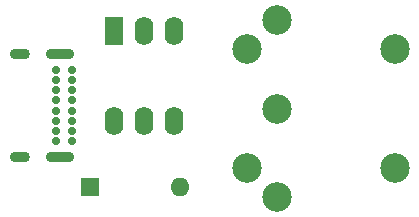
<source format=gbr>
%TF.GenerationSoftware,KiCad,Pcbnew,7.0.10*%
%TF.CreationDate,2024-10-22T16:46:23+13:00*%
%TF.ProjectId,MIDI_To_USB,4d494449-5f54-46f5-9f55-53422e6b6963,rev?*%
%TF.SameCoordinates,Original*%
%TF.FileFunction,Soldermask,Bot*%
%TF.FilePolarity,Negative*%
%FSLAX46Y46*%
G04 Gerber Fmt 4.6, Leading zero omitted, Abs format (unit mm)*
G04 Created by KiCad (PCBNEW 7.0.10) date 2024-10-22 16:46:23*
%MOMM*%
%LPD*%
G01*
G04 APERTURE LIST*
%ADD10O,1.600000X2.400000*%
%ADD11R,1.600000X2.400000*%
%ADD12C,0.700000*%
%ADD13O,1.700000X0.900000*%
%ADD14O,2.400000X0.900000*%
%ADD15C,2.499360*%
%ADD16R,1.600000X1.600000*%
%ADD17O,1.600000X1.600000*%
G04 APERTURE END LIST*
D10*
%TO.C,U1*%
X148072000Y-91245500D03*
X150612000Y-91245500D03*
X153152000Y-91245500D03*
X153152000Y-83625500D03*
X150612000Y-83625500D03*
D11*
X148072000Y-83625500D03*
%TD*%
D12*
%TO.C,P1*%
X144487000Y-92891000D03*
X144487000Y-92041000D03*
X144487000Y-91191000D03*
X144487000Y-90341000D03*
X144487000Y-89491000D03*
X144487000Y-88641000D03*
X144487000Y-87791000D03*
X144487000Y-86941000D03*
X143137000Y-86941000D03*
X143137000Y-87791000D03*
X143137000Y-88641000D03*
X143137000Y-89491000D03*
X143137000Y-90341000D03*
X143137000Y-91191000D03*
X143137000Y-92041000D03*
X143137000Y-92891000D03*
D13*
X140127000Y-85591000D03*
X140127000Y-94241000D03*
D14*
X143507000Y-85591000D03*
X143507000Y-94241000D03*
%TD*%
D15*
%TO.C,J1*%
X171843700Y-85168740D03*
X171843700Y-95171260D03*
X159346900Y-85173820D03*
X161848800Y-97668080D03*
X161846260Y-90170000D03*
X159346900Y-95166180D03*
X161848800Y-82671920D03*
%TD*%
D16*
%TO.C,D1*%
X146050000Y-96774000D03*
D17*
X153670000Y-96774000D03*
%TD*%
M02*

</source>
